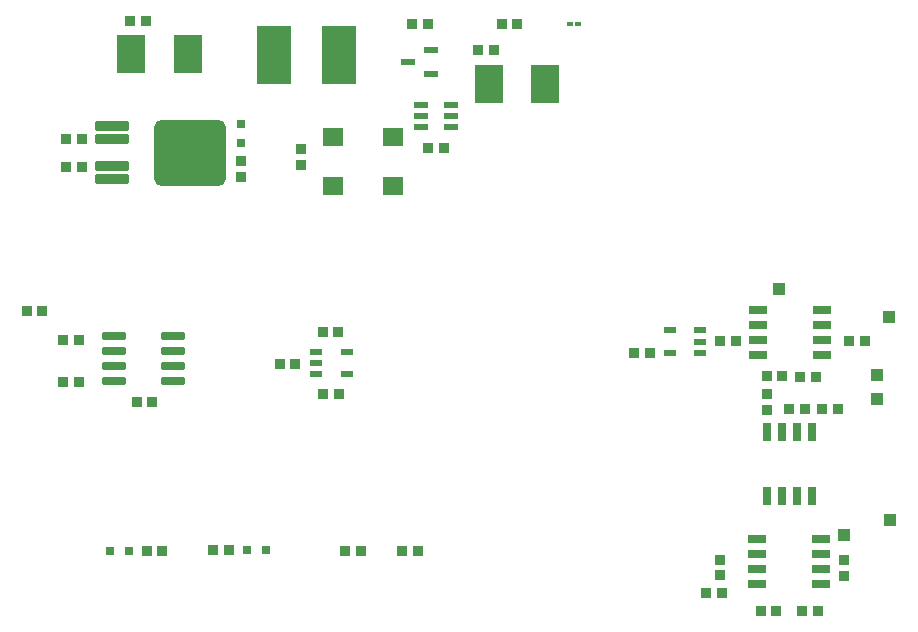
<source format=gtp>
G04*
G04 #@! TF.GenerationSoftware,Altium Limited,Altium Designer,21.6.4 (81)*
G04*
G04 Layer_Color=8421504*
%FSLAX44Y44*%
%MOMM*%
G71*
G04*
G04 #@! TF.SameCoordinates,DF600929-9F7D-4707-823E-D0FB3E8D8E71*
G04*
G04*
G04 #@! TF.FilePolarity,Positive*
G04*
G01*
G75*
%ADD14R,0.9400X0.8300*%
G04:AMPARAMS|DCode=15|XSize=2.83mm|YSize=0.9mm|CornerRadius=0.1035mm|HoleSize=0mm|Usage=FLASHONLY|Rotation=0.000|XOffset=0mm|YOffset=0mm|HoleType=Round|Shape=RoundedRectangle|*
%AMROUNDEDRECTD15*
21,1,2.8300,0.6930,0,0,0.0*
21,1,2.6230,0.9000,0,0,0.0*
1,1,0.2070,1.3115,-0.3465*
1,1,0.2070,-1.3115,-0.3465*
1,1,0.2070,-1.3115,0.3465*
1,1,0.2070,1.3115,0.3465*
%
%ADD15ROUNDEDRECTD15*%
G04:AMPARAMS|DCode=16|XSize=5.63mm|YSize=6.1mm|CornerRadius=0.6475mm|HoleSize=0mm|Usage=FLASHONLY|Rotation=270.000|XOffset=0mm|YOffset=0mm|HoleType=Round|Shape=RoundedRectangle|*
%AMROUNDEDRECTD16*
21,1,5.6300,4.8051,0,0,270.0*
21,1,4.3351,6.1000,0,0,270.0*
1,1,1.2949,-2.4026,-2.1676*
1,1,1.2949,-2.4026,2.1676*
1,1,1.2949,2.4026,2.1676*
1,1,1.2949,2.4026,-2.1676*
%
%ADD16ROUNDEDRECTD16*%
%ADD17R,1.0000X1.0000*%
%ADD18R,1.5260X0.6500*%
%ADD19R,0.8300X0.9400*%
%ADD20R,0.6500X1.5260*%
G04:AMPARAMS|DCode=21|XSize=1.26mm|YSize=0.59mm|CornerRadius=0.0738mm|HoleSize=0mm|Usage=FLASHONLY|Rotation=180.000|XOffset=0mm|YOffset=0mm|HoleType=Round|Shape=RoundedRectangle|*
%AMROUNDEDRECTD21*
21,1,1.2600,0.4425,0,0,180.0*
21,1,1.1125,0.5900,0,0,180.0*
1,1,0.1475,-0.5563,0.2213*
1,1,0.1475,0.5563,0.2213*
1,1,0.1475,0.5563,-0.2213*
1,1,0.1475,-0.5563,-0.2213*
%
%ADD21ROUNDEDRECTD21*%
%ADD22R,1.2000X0.6000*%
%ADD23R,2.4500X3.3000*%
%ADD24R,0.5541X0.4627*%
%ADD25R,0.8000X0.8000*%
%ADD26R,1.0500X0.6000*%
%ADD27R,0.8000X0.8000*%
%ADD28R,3.0000X5.0000*%
G04:AMPARAMS|DCode=29|XSize=1.97mm|YSize=0.6mm|CornerRadius=0.075mm|HoleSize=0mm|Usage=FLASHONLY|Rotation=0.000|XOffset=0mm|YOffset=0mm|HoleType=Round|Shape=RoundedRectangle|*
%AMROUNDEDRECTD29*
21,1,1.9700,0.4500,0,0,0.0*
21,1,1.8200,0.6000,0,0,0.0*
1,1,0.1500,0.9100,-0.2250*
1,1,0.1500,-0.9100,-0.2250*
1,1,0.1500,-0.9100,0.2250*
1,1,0.1500,0.9100,0.2250*
%
%ADD29ROUNDEDRECTD29*%
%ADD30R,1.8000X1.6000*%
G36*
X135800Y391450D02*
Y427050D01*
X174400D01*
Y391450D01*
X135800D01*
D02*
G37*
D14*
X249250Y412100D02*
D03*
Y398900D02*
D03*
X708743Y50650D02*
D03*
Y63850D02*
D03*
X643500Y191650D02*
D03*
Y204850D02*
D03*
X603250Y64600D02*
D03*
Y51400D02*
D03*
X197750Y388650D02*
D03*
Y401850D02*
D03*
D15*
X88600Y397850D02*
D03*
Y386450D02*
D03*
Y420650D02*
D03*
Y432050D02*
D03*
D16*
X155100Y409250D02*
D03*
D17*
X709000Y85500D02*
D03*
X747500Y97750D02*
D03*
X736250Y200500D02*
D03*
Y220750D02*
D03*
X747000Y270250D02*
D03*
X653500Y294000D02*
D03*
D18*
X690370Y237463D02*
D03*
Y250163D02*
D03*
Y262862D02*
D03*
Y275562D02*
D03*
X636130D02*
D03*
Y262862D02*
D03*
Y250163D02*
D03*
Y237463D02*
D03*
X635130Y82050D02*
D03*
Y69350D02*
D03*
Y56650D02*
D03*
Y43950D02*
D03*
X689370D02*
D03*
Y56650D02*
D03*
Y69350D02*
D03*
Y82050D02*
D03*
D19*
X686350Y21000D02*
D03*
X673150D02*
D03*
X638150Y20750D02*
D03*
X651350D02*
D03*
X712900Y249500D02*
D03*
X726100D02*
D03*
X531150Y239500D02*
D03*
X544350D02*
D03*
X684600Y219500D02*
D03*
X671400D02*
D03*
X656350Y219750D02*
D03*
X643150D02*
D03*
X591900Y36000D02*
D03*
X605100D02*
D03*
X369850Y413000D02*
D03*
X356650D02*
D03*
X411850Y495750D02*
D03*
X398650D02*
D03*
X418650Y517750D02*
D03*
X431850D02*
D03*
X343150D02*
D03*
X356350D02*
D03*
X29850Y275000D02*
D03*
X16650D02*
D03*
X334400Y71750D02*
D03*
X347600D02*
D03*
X286400D02*
D03*
X299600D02*
D03*
X174650Y72750D02*
D03*
X187850D02*
D03*
X280600Y205007D02*
D03*
X267400D02*
D03*
X131350Y72000D02*
D03*
X118150D02*
D03*
X109650Y198250D02*
D03*
X122850D02*
D03*
X49900Y421000D02*
D03*
X63100D02*
D03*
X50008Y397250D02*
D03*
X63208D02*
D03*
X47400Y250750D02*
D03*
X60600D02*
D03*
X267150Y257493D02*
D03*
X280350D02*
D03*
X230900Y230000D02*
D03*
X244100D02*
D03*
X47400Y215250D02*
D03*
X60600D02*
D03*
X117600Y521000D02*
D03*
X104400D02*
D03*
X662400Y191992D02*
D03*
X675600D02*
D03*
X617100Y250000D02*
D03*
X603900D02*
D03*
X703142Y191992D02*
D03*
X689942D02*
D03*
D20*
X643700Y118380D02*
D03*
X656400D02*
D03*
X669100D02*
D03*
X681800D02*
D03*
Y172620D02*
D03*
X669100D02*
D03*
X656400D02*
D03*
X643700D02*
D03*
D21*
X359300Y475993D02*
D03*
Y495993D02*
D03*
X339700Y485993D02*
D03*
D22*
X350785Y430500D02*
D03*
Y440000D02*
D03*
Y449500D02*
D03*
X375785D02*
D03*
Y440000D02*
D03*
Y430500D02*
D03*
D23*
X407750Y467500D02*
D03*
X455750D02*
D03*
X104750Y492750D02*
D03*
X152750D02*
D03*
D24*
X483543Y517750D02*
D03*
X476457D02*
D03*
D25*
X203250Y72500D02*
D03*
X219250D02*
D03*
X103250Y71750D02*
D03*
X87250D02*
D03*
D26*
X287500Y240750D02*
D03*
Y221750D02*
D03*
X261500D02*
D03*
Y231250D02*
D03*
Y240750D02*
D03*
X587000Y239750D02*
D03*
Y249250D02*
D03*
Y258750D02*
D03*
X561000D02*
D03*
Y239750D02*
D03*
D27*
X198000Y417500D02*
D03*
Y433500D02*
D03*
D28*
X226000Y491750D02*
D03*
X281000D02*
D03*
D29*
X90750Y253550D02*
D03*
Y240850D02*
D03*
Y228150D02*
D03*
Y215450D02*
D03*
X140250D02*
D03*
Y228150D02*
D03*
Y240850D02*
D03*
Y253550D02*
D03*
D30*
X275842Y422750D02*
D03*
X326642D02*
D03*
Y380750D02*
D03*
X275842D02*
D03*
M02*

</source>
